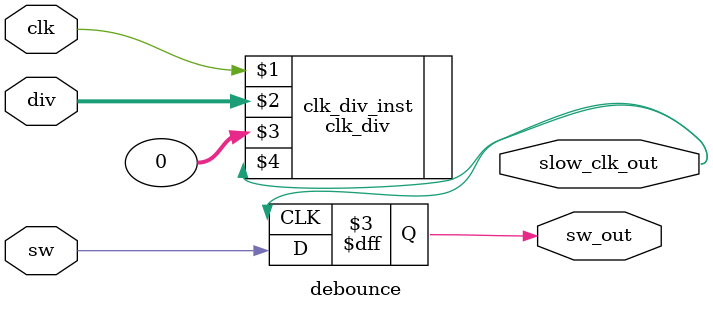
<source format=v>
module debounce
#(
	parameter CLK_CNT_WIDTH = 24,
	parameter SW_WIDTH = 1
)(
	input clk,
	input [CLK_CNT_WIDTH-1:0] div,
	input [SW_WIDTH-1:0] sw,
	output slow_clk_out,
	output reg [SW_WIDTH-1:0] sw_out
);
	always @ (posedge slow_clk_out) begin
		sw_out <= sw;
	end
	
	clk_div
	#(CLK_CNT_WIDTH)
	clk_div_inst(
		clk,
		div,
		0,
		slow_clk_out
	);
endmodule

</source>
